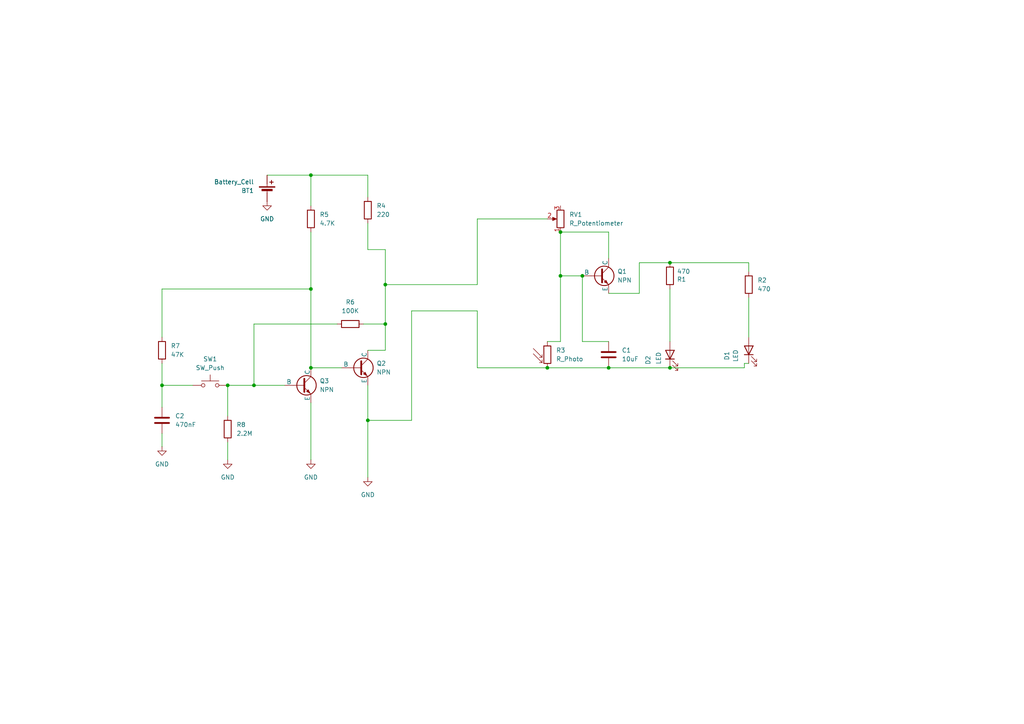
<source format=kicad_sch>
(kicad_sch (version 20250114) (generator "eeschema") (generator_version "9.0")
  (paper "A4")
  (lib_symbols
    (symbol "Device:Battery_Cell" (pin_numbers (hide yes)) (pin_names (offset 0) (hide yes))
      (property "Reference" "BT" (at 2.54 2.54 0))
      (property "Value" "Battery_Cell" (at 2.54 0 0))
      (symbol "Battery_Cell_0_1"
        (rectangle (start -2.286 1.778) (end 2.286 1.524) (fill (type outline)))
        (rectangle (start -1.524 1.016) (end 1.524 0.508) (fill (type outline)))
        (polyline (pts (xy 0 1.778) (xy 0 2.54)))
        (polyline (pts (xy 0 0.762) (xy 0 0)))
        (polyline (pts (xy 0.762 3.048) (xy 1.778 3.048)) (stroke (width 0.254)))
        (polyline (pts (xy 1.27 3.556) (xy 1.27 2.54)) (stroke (width 0.254)))
      )
      (symbol "Battery_Cell_1_1"
        (pin passive line (at 0 5.08 270) (length 2.54) (name "+") (number "1"))
        (pin passive line (at 0 -2.54 90) (length 2.54) (name "-") (number "2"))
      )
    )
    (symbol "Device:C" (pin_numbers (hide yes)) (pin_names (offset 0.254))
      (property "Reference" "C" (at 0.635 2.54 0))
      (property "Value" "C" (at 0.635 -2.54 0))
      (symbol "C_0_1"
        (polyline (pts (xy -2.032 0.762) (xy 2.032 0.762)) (stroke (width 0.508)))
        (polyline (pts (xy -2.032 -0.762) (xy 2.032 -0.762)) (stroke (width 0.508)))
      )
      (symbol "C_1_1"
        (pin passive line (at 0 3.81 270) (length 2.794) (name "~") (number "1"))
        (pin passive line (at 0 -3.81 90) (length 2.794) (name "~") (number "2"))
      )
    )
    (symbol "Device:LED" (pin_numbers (hide yes)) (pin_names (offset 1.016) (hide yes))
      (property "Reference" "D" (at 0 2.54 0))
      (property "Value" "LED" (at 0 -2.54 0))
      (symbol "LED_0_1"
        (polyline (pts (xy -3.048 -0.762) (xy -4.572 -2.286) (xy -3.81 -2.286) (xy -4.572 -2.286) (xy -4.572 -1.524)))
        (polyline (pts (xy -1.778 -0.762) (xy -3.302 -2.286) (xy -2.54 -2.286) (xy -3.302 -2.286) (xy -3.302 -1.524)))
        (polyline (pts (xy -1.27 0) (xy 1.27 0)))
        (polyline (pts (xy -1.27 -1.27) (xy -1.27 1.27)) (stroke (width 0.254)))
        (polyline (pts (xy 1.27 -1.27) (xy 1.27 1.27) (xy -1.27 0) (xy 1.27 -1.27)) (stroke (width 0.254)))
      )
      (symbol "LED_1_1"
        (pin passive line (at -3.81 0 0) (length 2.54) (name "K") (number "1"))
        (pin passive line (at 3.81 0 180) (length 2.54) (name "A") (number "2"))
      )
    )
    (symbol "Device:R" (pin_numbers (hide yes)) (pin_names (offset 0))
      (property "Reference" "R" (at 2.032 0 90))
      (property "Value" "R" (at 0 0 90))
      (symbol "R_0_1"
        (rectangle (start -1.016 -2.54) (end 1.016 2.54) (stroke (width 0.254)))
      )
      (symbol "R_1_1"
        (pin passive line (at 0 3.81 270) (length 1.27) (name "~") (number "1"))
        (pin passive line (at 0 -3.81 90) (length 1.27) (name "~") (number "2"))
      )
    )
    (symbol "Device:R_Photo" (pin_numbers (hide yes)) (pin_names (offset 0))
      (property "Reference" "R" (at 1.27 1.27 0))
      (property "Value" "R_Photo" (at 1.27 0 0))
      (symbol "R_Photo_0_1"
        (polyline (pts (xy -1.524 -0.762) (xy -4.064 1.778)))
        (polyline (pts (xy -1.524 -0.762) (xy -2.286 -0.762)))
        (polyline (pts (xy -1.524 -0.762) (xy -1.524 0)))
        (polyline (pts (xy -1.524 -2.286) (xy -4.064 0.254)))
        (polyline (pts (xy -1.524 -2.286) (xy -2.286 -2.286)))
        (polyline (pts (xy -1.524 -2.286) (xy -1.524 -1.524)))
        (rectangle (start -1.016 2.54) (end 1.016 -2.54) (stroke (width 0.254)))
      )
      (symbol "R_Photo_1_1"
        (pin passive line (at 0 3.81 270) (length 1.27) (name "~") (number "1"))
        (pin passive line (at 0 -3.81 90) (length 1.27) (name "~") (number "2"))
      )
    )
    (symbol "Device:R_Potentiometer" (pin_names (offset 1.016) (hide yes))
      (property "Reference" "RV" (at -4.445 0 90))
      (property "Value" "R_Potentiometer" (at -2.54 0 90))
      (symbol "R_Potentiometer_0_1"
        (rectangle (start 1.016 2.54) (end -1.016 -2.54) (stroke (width 0.254)))
        (polyline (pts (xy 1.143 0) (xy 2.286 0.508) (xy 2.286 -0.508) (xy 1.143 0)) (fill (type outline)))
        (polyline (pts (xy 2.54 0) (xy 1.524 0)))
      )
      (symbol "R_Potentiometer_1_1"
        (pin passive line (at 0 3.81 270) (length 1.27) (name "1") (number "1"))
        (pin passive line (at 0 -3.81 90) (length 1.27) (name "3") (number "3"))
        (pin passive line (at 3.81 0 180) (length 1.27) (name "2") (number "2"))
      )
    )
    (symbol "Simulation_SPICE:NPN" (pin_numbers (hide yes)) (pin_names (offset 0))
      (property "Reference" "Q" (at -2.54 7.62 0))
      (property "Value" "NPN" (at -2.54 5.08 0))
      (symbol "NPN_0_1"
        (polyline (pts (xy -2.54 0) (xy 0.635 0)) (stroke (width 0.1524)))
        (polyline (pts (xy 0.635 1.905) (xy 0.635 -1.905) (xy 0.635 -1.905)) (stroke (width 0.508)))
        (polyline (pts (xy 0.635 0.635) (xy 2.54 2.54)))
        (polyline (pts (xy 0.635 -0.635) (xy 2.54 -2.54) (xy 2.54 -2.54)))
        (circle (center 1.27 0) (radius 2.8194) (stroke (width 0.254)))
        (polyline (pts (xy 1.27 -1.778) (xy 1.778 -1.27) (xy 2.286 -2.286) (xy 1.27 -1.778) (xy 1.27 -1.778)) (fill (type outline)))
        (polyline (pts (xy 2.794 -1.27) (xy 2.794 -1.27)) (stroke (width 0.1524)))
        (polyline (pts (xy 2.794 -1.27) (xy 2.794 -1.27)) (stroke (width 0.1524)))
      )
      (symbol "NPN_1_1"
        (pin input line (at -5.08 0 0) (length 2.54) (name "B") (number "2"))
        (pin open_collector line (at 2.54 5.08 270) (length 2.54) (name "C") (number "1"))
        (pin open_emitter line (at 2.54 -5.08 90) (length 2.54) (name "E") (number "3"))
      )
    )
    (symbol "Switch:SW_Push" (pin_numbers (hide yes)) (pin_names (offset 1.016) (hide yes))
      (property "Reference" "SW" (at 1.27 2.54 0))
      (property "Value" "SW_Push" (at 0 -1.524 0))
      (symbol "SW_Push_0_1"
        (circle (center -2.032 0) (radius 0.508))
        (polyline (pts (xy 0 1.27) (xy 0 3.048)))
        (circle (center 2.032 0) (radius 0.508))
        (polyline (pts (xy 2.54 1.27) (xy -2.54 1.27)))
        (pin passive line (at -5.08 0 0) (length 2.54) (name "1") (number "1"))
        (pin passive line (at 5.08 0 180) (length 2.54) (name "2") (number "2"))
      )
    )
    (symbol "power:GND" (power) (pin_numbers (hide yes)) (pin_names (offset 0) (hide yes))
      (property "Value" "GND" (at 0 -3.81 0))
      (symbol "GND_0_1"
        (polyline (pts (xy 0 0) (xy 0 -1.27) (xy 1.27 -1.27) (xy 0 -2.54) (xy -1.27 -1.27) (xy 0 -1.27)))
      )
      (symbol "GND_1_1"
        (pin power_in line (at 0 0 270) (length 0) (name "~") (number "1"))
      )
    )
  )
  (junction (at 111.76 93.98))
  (junction (at 194.31 76.2))
  (junction (at 162.56 67.31))
  (junction (at 162.56 80.01))
  (junction (at 90.17 50.8))
  (junction (at 73.66 111.76))
  (junction (at 111.76 82.55))
  (junction (at 46.99 111.76))
  (junction (at 66.04 111.76))
  (junction (at 106.68 121.92))
  (junction (at 168.91 80.01))
  (junction (at 194.31 106.68))
  (junction (at 90.17 83.82))
  (junction (at 90.17 106.68))
  (junction (at 158.75 106.68))
  (junction (at 176.53 106.68))
  (wire (pts (xy 162.56 67.31) (xy 162.56 80.01)))
  (wire (pts (xy 46.99 97.79) (xy 46.99 83.82)))
  (wire (pts (xy 55.88 111.76) (xy 46.99 111.76)))
  (wire (pts (xy 66.04 111.76) (xy 66.04 120.65)))
  (wire (pts (xy 162.56 80.01) (xy 162.56 99.06)))
  (wire (pts (xy 106.68 72.39) (xy 111.76 72.39)))
  (wire (pts (xy 138.43 106.68) (xy 158.75 106.68)))
  (wire (pts (xy 90.17 67.31) (xy 90.17 83.82)))
  (wire (pts (xy 185.42 76.2) (xy 194.31 76.2)))
  (wire (pts (xy 111.76 101.6) (xy 106.68 101.6)))
  (wire (pts (xy 106.68 64.77) (xy 106.68 72.39)))
  (wire (pts (xy 90.17 50.8) (xy 106.68 50.8)))
  (wire (pts (xy 168.91 99.06) (xy 168.91 80.01)))
  (wire (pts (xy 185.42 85.09) (xy 185.42 76.2)))
  (wire (pts (xy 105.41 93.98) (xy 111.76 93.98)))
  (wire (pts (xy 90.17 116.84) (xy 90.17 133.35)))
  (wire (pts (xy 46.99 83.82) (xy 90.17 83.82)))
  (wire (pts (xy 97.79 93.98) (xy 73.66 93.98)))
  (wire (pts (xy 73.66 93.98) (xy 73.66 111.76)))
  (wire (pts (xy 111.76 72.39) (xy 111.76 82.55)))
  (wire (pts (xy 215.9 105.41) (xy 217.17 105.41)))
  (wire (pts (xy 158.75 106.68) (xy 176.53 106.68)))
  (wire (pts (xy 90.17 83.82) (xy 90.17 106.68)))
  (wire (pts (xy 106.68 111.76) (xy 106.68 121.92)))
  (wire (pts (xy 111.76 82.55) (xy 138.43 82.55)))
  (wire (pts (xy 217.17 76.2) (xy 217.17 78.74)))
  (wire (pts (xy 119.38 90.17) (xy 138.43 90.17)))
  (wire (pts (xy 217.17 86.36) (xy 217.17 97.79)))
  (wire (pts (xy 162.56 80.01) (xy 168.91 80.01)))
  (wire (pts (xy 111.76 93.98) (xy 111.76 101.6)))
  (wire (pts (xy 73.66 111.76) (xy 66.04 111.76)))
  (wire (pts (xy 138.43 63.5) (xy 158.75 63.5)))
  (wire (pts (xy 66.04 128.27) (xy 66.04 133.35)))
  (wire (pts (xy 138.43 63.5) (xy 138.43 82.55)))
  (wire (pts (xy 138.43 106.68) (xy 138.43 90.17)))
  (wire (pts (xy 46.99 125.73) (xy 46.99 129.54)))
  (wire (pts (xy 111.76 82.55) (xy 111.76 93.98)))
  (wire (pts (xy 194.31 83.82) (xy 194.31 99.06)))
  (wire (pts (xy 106.68 121.92) (xy 106.68 138.43)))
  (wire (pts (xy 176.53 106.68) (xy 194.31 106.68)))
  (wire (pts (xy 176.53 67.31) (xy 176.53 74.93)))
  (wire (pts (xy 90.17 106.68) (xy 99.06 106.68)))
  (wire (pts (xy 162.56 99.06) (xy 158.75 99.06)))
  (wire (pts (xy 46.99 105.41) (xy 46.99 111.76)))
  (wire (pts (xy 46.99 111.76) (xy 46.99 118.11)))
  (wire (pts (xy 77.47 50.8) (xy 90.17 50.8)))
  (wire (pts (xy 119.38 90.17) (xy 119.38 121.92)))
  (wire (pts (xy 106.68 121.92) (xy 119.38 121.92)))
  (wire (pts (xy 106.68 50.8) (xy 106.68 57.15)))
  (wire (pts (xy 194.31 76.2) (xy 217.17 76.2)))
  (wire (pts (xy 215.9 105.41) (xy 215.9 106.68)))
  (wire (pts (xy 90.17 50.8) (xy 90.17 59.69)))
  (wire (pts (xy 215.9 106.68) (xy 194.31 106.68)))
  (wire (pts (xy 73.66 111.76) (xy 82.55 111.76)))
  (wire (pts (xy 162.56 67.31) (xy 176.53 67.31)))
  (wire (pts (xy 176.53 99.06) (xy 168.91 99.06)))
  (wire (pts (xy 176.53 85.09) (xy 185.42 85.09)))
  (symbol (lib_id "Device:R") (at 66.04 124.46 0) (unit 1)
    (property "Reference" "R8" (at 68.58 123.1899 0) (effects (justify left)))
    (property "Value" "2.2M" (at 68.58 125.7299 0) (effects (justify left)))
    (property "Footprint" "Resistor_THT:R_Axial_DIN0207_L6.3mm_D2.5mm_P7.62mm_Horizontal" (effects (hide yes)))
    (property "Description" "Resistor" (effects (hide yes)))
  )
  (symbol (lib_id "Device:C") (at 46.99 121.92 0) (unit 1)
    (property "Reference" "C2" (at 50.8 120.6499 0) (effects (justify left)))
    (property "Value" "470nF" (at 50.8 123.1899 0) (effects (justify left)))
    (property "Footprint" "Capacitor_THT:CP_Radial_D8.0mm_P5.00mm" (effects (hide yes)))
    (property "Description" "Unpolarized capacitor" (effects (hide yes)))
  )
  (symbol (lib_id "Device:R_Photo") (at 158.75 102.87 0) (unit 1)
    (property "Reference" "R3" (at 161.29 101.5999 0) (effects (justify left)))
    (property "Value" "R_Photo" (at 161.29 104.1399 0) (effects (justify left)))
    (property "Footprint" "OptoDevice:R_LDR_5.1x4.3mm_P3.4mm_Vertical" (effects (hide yes)))
    (property "Description" "Photoresistor" (effects (hide yes)))
  )
  (symbol (lib_id "power:GND") (at 77.47 58.42 0) (unit 1)
    (property "Reference" "#PWR05" (effects (hide yes)))
    (property "Value" "GND" (at 77.47 63.5 0))
    (property "Description" "Power symbol creates a global label with name \"GND\" , ground" (effects (hide yes)))
  )
  (symbol (lib_id "Switch:SW_Push") (at 60.96 111.76 0) (unit 1)
    (property "Reference" "SW1" (at 60.96 104.14 0))
    (property "Value" "SW_Push" (at 60.96 106.68 0))
    (property "Footprint" "Button_Switch_THT:SW_PUSH_6mm" (effects (hide yes)))
    (property "Description" "Push button switch, generic, two pins" (effects (hide yes)))
  )
  (symbol (lib_id "Device:Battery_Cell") (at 77.47 55.88 0) (unit 1)
    (property "Reference" "BT1" (at 73.66 55.3086 0) (effects (justify right)))
    (property "Value" "Battery_Cell" (at 73.66 52.7686 0) (effects (justify right)))
    (property "Footprint" "Battery:BatteryHolder_Keystone_3034_1x20mm" (effects (hide yes)))
    (property "Description" "Single-cell battery" (effects (hide yes)))
  )
  (symbol (lib_id "Device:LED") (at 194.31 102.87 90) (unit 1)
    (property "Reference" "D2" (at 187.96 104.4575 0))
    (property "Value" "LED" (at 191.008 103.886 0))
    (property "Footprint" "LED_THT:LED_D5.0mm" (effects (hide yes)))
    (property "Description" "Light emitting diode" (effects (hide yes)))
    (property "Sim.Pins" "1=K 2=A" (effects (hide yes)))
  )
  (symbol (lib_id "power:GND") (at 106.68 138.43 0) (unit 1)
    (property "Reference" "#PWR01" (effects (hide yes)))
    (property "Value" "GND" (at 106.68 143.51 0))
    (property "Description" "Power symbol creates a global label with name \"GND\" , ground" (effects (hide yes)))
  )
  (symbol (lib_id "Device:R_Potentiometer") (at 162.56 63.5 180) (unit 1)
    (property "Reference" "RV1" (at 165.1 62.2299 0) (effects (justify right)))
    (property "Value" "R_Potentiometer" (at 165.1 64.7699 0) (effects (justify right)))
    (property "Footprint" "Potentiometer_THT:Potentiometer_Vishay_T73YP_Vertical" (effects (hide yes)))
    (property "Description" "Potentiometer" (effects (hide yes)))
  )
  (symbol (lib_id "Simulation_SPICE:NPN") (at 87.63 111.76 0) (unit 1)
    (property "Reference" "Q3" (at 92.71 110.4899 0) (effects (justify left)))
    (property "Value" "NPN" (at 92.71 113.0299 0) (effects (justify left)))
    (property "Footprint" "Package_TO_SOT_THT:TO-92L_HandSolder" (effects (hide yes)))
    (property "Datasheet" "https://ngspice.sourceforge.io/docs/ngspice-html-manual/manual.xhtml#cha_BJTs" (effects (hide yes)))
    (property "Description" "Bipolar transistor symbol for simulation only, substrate tied to the emitter" (effects (hide yes)))
    (property "Sim.Device" "NPN" (effects (hide yes)))
    (property "Sim.Type" "GUMMELPOON" (effects (hide yes)))
    (property "Sim.Pins" "1=C 2=B 3=E" (effects (hide yes)))
  )
  (symbol (lib_id "Simulation_SPICE:NPN") (at 104.14 106.68 0) (unit 1)
    (property "Reference" "Q2" (at 109.22 105.4099 0) (effects (justify left)))
    (property "Value" "NPN" (at 109.22 107.9499 0) (effects (justify left)))
    (property "Footprint" "Package_TO_SOT_THT:TO-92L_HandSolder" (effects (hide yes)))
    (property "Datasheet" "https://ngspice.sourceforge.io/docs/ngspice-html-manual/manual.xhtml#cha_BJTs" (effects (hide yes)))
    (property "Description" "Bipolar transistor symbol for simulation only, substrate tied to the emitter" (effects (hide yes)))
    (property "Sim.Device" "NPN" (effects (hide yes)))
    (property "Sim.Type" "GUMMELPOON" (effects (hide yes)))
    (property "Sim.Pins" "1=C 2=B 3=E" (effects (hide yes)))
  )
  (symbol (lib_id "Device:R") (at 90.17 63.5 0) (unit 1)
    (property "Reference" "R5" (at 92.71 62.2299 0) (effects (justify left)))
    (property "Value" "4.7K" (at 92.71 64.7699 0) (effects (justify left)))
    (property "Footprint" "Resistor_THT:R_Axial_DIN0207_L6.3mm_D2.5mm_P7.62mm_Horizontal" (effects (hide yes)))
    (property "Description" "Resistor" (effects (hide yes)))
  )
  (symbol (lib_id "Device:R") (at 46.99 101.6 0) (unit 1)
    (property "Reference" "R7" (at 49.53 100.3299 0) (effects (justify left)))
    (property "Value" "47K" (at 49.53 102.8699 0) (effects (justify left)))
    (property "Footprint" "Resistor_THT:R_Axial_DIN0207_L6.3mm_D2.5mm_P7.62mm_Horizontal" (effects (hide yes)))
    (property "Description" "Resistor" (effects (hide yes)))
  )
  (symbol (lib_id "Device:LED") (at 217.17 101.6 90) (unit 1)
    (property "Reference" "D1" (at 210.82 103.1875 0))
    (property "Value" "LED" (at 213.36 103.1875 0))
    (property "Footprint" "LED_THT:LED_D5.0mm" (effects (hide yes)))
    (property "Description" "Light emitting diode" (effects (hide yes)))
    (property "Sim.Pins" "1=K 2=A" (effects (hide yes)))
  )
  (symbol (lib_id "Device:R") (at 106.68 60.96 0) (unit 1)
    (property "Reference" "R4" (at 109.22 59.6899 0) (effects (justify left)))
    (property "Value" "220" (at 109.22 62.2299 0) (effects (justify left)))
    (property "Footprint" "Resistor_THT:R_Axial_DIN0207_L6.3mm_D2.5mm_P7.62mm_Horizontal" (effects (hide yes)))
    (property "Description" "Resistor" (effects (hide yes)))
  )
  (symbol (lib_id "power:GND") (at 46.99 129.54 0) (unit 1)
    (property "Reference" "#PWR04" (effects (hide yes)))
    (property "Value" "GND" (at 46.99 134.62 0))
    (property "Description" "Power symbol creates a global label with name \"GND\" , ground" (effects (hide yes)))
  )
  (symbol (lib_id "Device:R") (at 217.17 82.55 0) (unit 1)
    (property "Reference" "R2" (at 219.71 81.2799 0) (effects (justify left)))
    (property "Value" "470" (at 219.71 83.8199 0) (effects (justify left)))
    (property "Footprint" "Resistor_THT:R_Axial_DIN0207_L6.3mm_D2.5mm_P7.62mm_Horizontal" (effects (hide yes)))
    (property "Description" "Resistor" (effects (hide yes)))
  )
  (symbol (lib_id "Device:R") (at 194.31 80.01 0) (unit 1)
    (property "Reference" "R1" (at 196.342 81.026 0) (effects (justify left)))
    (property "Value" "470" (at 196.342 78.74 0) (effects (justify left)))
    (property "Footprint" "Resistor_THT:R_Axial_DIN0207_L6.3mm_D2.5mm_P7.62mm_Horizontal" (effects (hide yes)))
    (property "Description" "Resistor" (effects (hide yes)))
  )
  (symbol (lib_id "Device:R") (at 101.6 93.98 90) (unit 1)
    (property "Reference" "R6" (at 101.6 87.63 90))
    (property "Value" "100K" (at 101.6 90.17 90))
    (property "Footprint" "Resistor_THT:R_Axial_DIN0207_L6.3mm_D2.5mm_P7.62mm_Horizontal" (effects (hide yes)))
    (property "Description" "Resistor" (effects (hide yes)))
  )
  (symbol (lib_id "power:GND") (at 66.04 133.35 0) (unit 1)
    (property "Reference" "#PWR03" (effects (hide yes)))
    (property "Value" "GND" (at 66.04 138.43 0))
    (property "Description" "Power symbol creates a global label with name \"GND\" , ground" (effects (hide yes)))
  )
  (symbol (lib_id "power:GND") (at 90.17 133.35 0) (unit 1)
    (property "Reference" "#PWR02" (effects (hide yes)))
    (property "Value" "GND" (at 90.17 138.43 0))
    (property "Description" "Power symbol creates a global label with name \"GND\" , ground" (effects (hide yes)))
  )
  (symbol (lib_id "Device:C") (at 176.53 102.87 0) (unit 1)
    (property "Reference" "C1" (at 180.34 101.5999 0) (effects (justify left)))
    (property "Value" "10uF" (at 180.34 104.1399 0) (effects (justify left)))
    (property "Footprint" "Capacitor_THT:CP_Radial_D8.0mm_P5.00mm" (effects (hide yes)))
    (property "Description" "Unpolarized capacitor" (effects (hide yes)))
  )
  (symbol (lib_id "Simulation_SPICE:NPN") (at 173.99 80.01 0) (unit 1)
    (property "Reference" "Q1" (at 179.07 78.7399 0) (effects (justify left)))
    (property "Value" "NPN" (at 179.07 81.2799 0) (effects (justify left)))
    (property "Footprint" "Package_TO_SOT_THT:TO-92L_HandSolder" (effects (hide yes)))
    (property "Datasheet" "https://ngspice.sourceforge.io/docs/ngspice-html-manual/manual.xhtml#cha_BJTs" (effects (hide yes)))
    (property "Description" "Bipolar transistor symbol for simulation only, substrate tied to the emitter" (effects (hide yes)))
    (property "Sim.Device" "NPN" (effects (hide yes)))
    (property "Sim.Type" "GUMMELPOON" (effects (hide yes)))
    (property "Sim.Pins" "1=C 2=B 3=E" (effects (hide yes)))
  )
)
</source>
